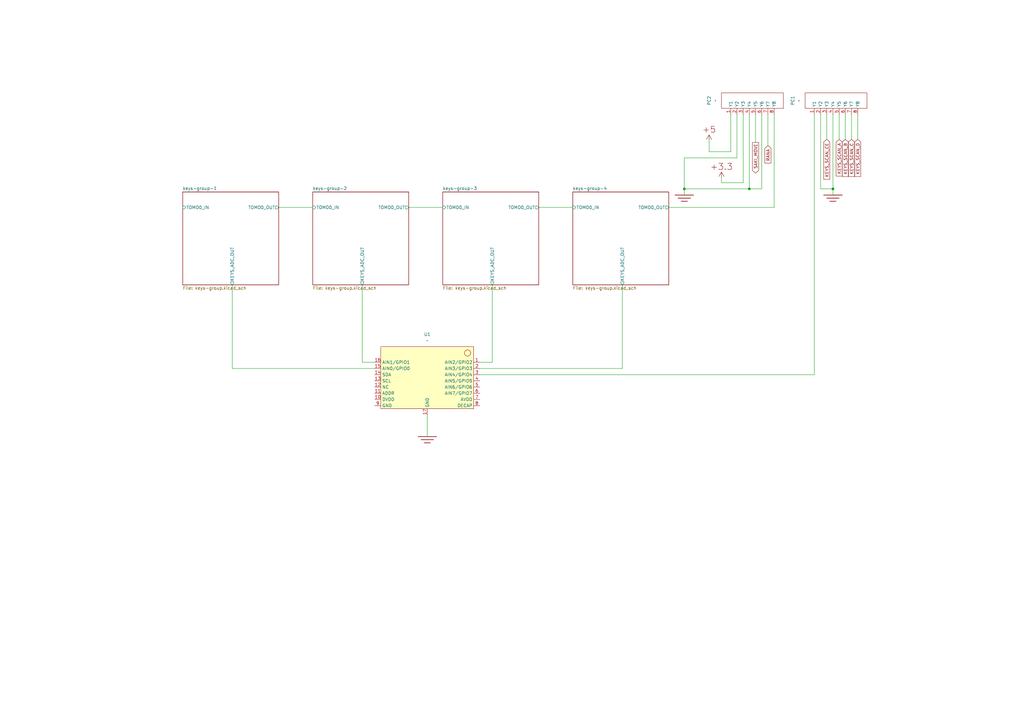
<source format=kicad_sch>
(kicad_sch (version 20250114) (generator "eeschema") (generator_version "9.0")
  (paper "A3")
  (title_block (title "Keys Dock Typeboard") (date "2025-10-29") (rev "0.2.1") (company "keys.woooo.tech"))
  (lib_symbols
    (symbol "PCM_Generic:P,+3.3" (power) (pin_numbers (hide yes)) (pin_names (offset 1.27) (hide yes))
      (symbol "P,+3.3_1_1"
        (polyline (pts (xy -1.0668 0) (xy 0 1.8288) (xy 1.0668 0)))
        (polyline (pts (xy 0 0) (xy 0 1.8288)))
        (text "+3.3" (at 0 2.54 0) (effects (font (size 2.54 2.54)) (justify bottom)))
        (pin power_in line (at 0 0 0) (length 0) (hide yes) (name "+3.3") (number "0"))
      )
    )
    (symbol "PCM_Generic:P,+5" (power) (pin_numbers (hide yes)) (pin_names (offset 1.27) (hide yes))
      (symbol "P,+5_1_1"
        (polyline (pts (xy -1.0668 0) (xy 0 1.8288) (xy 1.0668 0)))
        (polyline (pts (xy 0 0) (xy 0 1.8288)))
        (text "+5" (at 0 2.54 0) (effects (font (size 2.54 2.54)) (justify bottom)))
        (pin power_in line (at 0 0 0) (length 0) (hide yes) (name "+5") (number "0"))
      )
    )
    (symbol "PCM_Generic:P,E" (power) (pin_numbers (hide yes)) (pin_names (offset 3.81))
      (symbol "P,E_1_1"
        (polyline (pts (xy -3.81 0) (xy 3.81 0)) (stroke (width 0.254)))
        (polyline (pts (xy -2.54 -1.27) (xy 2.54 -1.27)) (stroke (width 0.254)))
        (polyline (pts (xy -1.27 -2.54) (xy 1.27 -2.54)) (stroke (width 0.254)))
        (pin power_in line (at 0 0 0) (length 0) (hide yes) (name "E") (number "0"))
      )
    )
    (symbol "components:POGOPIN-8P-HR"
      (property "Reference" "PC" (at 0 4.826 0))
      (symbol "POGOPIN-8P-HR_0_1"
        (rectangle (start -12.7 6.35) (end 12.7 0))
      )
      (symbol "POGOPIN-8P-HR_1_1"
        (pin bidirectional line (at -8.89 -2.54 90) (length 2.54) (name "Y1") (number "1"))
        (pin bidirectional line (at -6.35 -2.54 90) (length 2.54) (name "Y2") (number "2"))
        (pin bidirectional line (at -3.81 -2.54 90) (length 2.54) (name "Y3") (number "3"))
        (pin bidirectional line (at -1.27 -2.54 90) (length 2.54) (name "Y4") (number "4"))
        (pin bidirectional line (at 1.27 -2.54 90) (length 2.54) (name "Y5") (number "5"))
        (pin bidirectional line (at 3.81 -2.54 90) (length 2.54) (name "Y6") (number "6"))
        (pin bidirectional line (at 6.35 -2.54 90) (length 2.54) (name "Y7") (number "7"))
        (pin bidirectional line (at 8.89 -2.54 90) (length 2.54) (name "Y8") (number "8"))
      )
    )
    (symbol "components:TLA2528"
      (property "Reference" "U" (at 0 0 0))
      (symbol "TLA2528_0_1"
        (circle (center -16.51 10.16) (radius 1.27))
      )
      (symbol "TLA2528_1_1"
        (rectangle (start -19.05 12.7) (end 19.05 -12.7) (fill (type background)))
        (pin input line (at -21.59 6.35 0) (length 2.54) (name "AIN2/GPIO2") (number "1"))
        (pin input line (at -21.59 3.81 0) (length 2.54) (name "AIN3/GPIO3") (number "2"))
        (pin input line (at -21.59 1.27 0) (length 2.54) (name "AIN4/GPIO4") (number "3"))
        (pin input line (at -21.59 -1.27 0) (length 2.54) (name "AIN5/GPIO5") (number "4"))
        (pin input line (at -21.59 -3.81 0) (length 2.54) (name "AIN6/GPIO6") (number "5"))
        (pin input line (at -21.59 -6.35 0) (length 2.54) (name "AIN7/GPIO7") (number "6"))
        (pin power_in line (at -21.59 -8.89 0) (length 2.54) (name "AVDD") (number "7"))
        (pin output line (at -21.59 -11.43 0) (length 2.54) (name "DECAP") (number "8"))
        (pin power_in line (at 0 -15.24 90) (length 2.54) (name "GND") (number "17"))
        (pin input line (at 21.59 6.35 180) (length 2.54) (name "AIN1/GPIO1") (number "16"))
        (pin input line (at 21.59 3.81 180) (length 2.54) (name "AIN0/GPIO0") (number "15"))
        (pin output line (at 21.59 1.27 180) (length 2.54) (name "SDA") (number "14"))
        (pin input line (at 21.59 -1.27 180) (length 2.54) (name "SCL") (number "13"))
        (pin unspecified line (at 21.59 -3.81 180) (length 2.54) (name "NC") (number "12"))
        (pin input line (at 21.59 -6.35 180) (length 2.54) (name "ADDR") (number "11"))
        (pin power_in line (at 21.59 -8.89 180) (length 2.54) (name "DVDD") (number "10"))
        (pin power_in line (at 21.59 -11.43 180) (length 2.54) (name "GND") (number "9"))
      )
    )
  )
  (junction (at 280.67 77.47))
  (junction (at 307.34 77.47))
  (junction (at 341.63 77.47))
  (wire (pts (xy 274.32 85.09) (xy 317.5 85.09)))
  (wire (pts (xy 314.96 46.99) (xy 314.96 59.69)))
  (wire (pts (xy 312.42 46.99) (xy 312.42 77.47)))
  (wire (pts (xy 201.93 116.84) (xy 201.93 148.59)))
  (wire (pts (xy 280.67 77.47) (xy 280.67 80.01)))
  (wire (pts (xy 255.27 151.13) (xy 196.85 151.13)))
  (wire (pts (xy 290.83 62.23) (xy 290.83 57.15)))
  (wire (pts (xy 309.88 46.99) (xy 309.88 58.42)))
  (wire (pts (xy 307.34 77.47) (xy 280.67 77.47)))
  (wire (pts (xy 339.09 46.99) (xy 339.09 57.15)))
  (wire (pts (xy 148.59 116.84) (xy 148.59 148.59)))
  (wire (pts (xy 334.01 153.67) (xy 334.01 46.99)))
  (wire (pts (xy 148.59 148.59) (xy 153.67 148.59)))
  (wire (pts (xy 341.63 46.99) (xy 341.63 77.47)))
  (wire (pts (xy 302.26 64.77) (xy 302.26 46.99)))
  (wire (pts (xy 295.91 72.39) (xy 295.91 74.93)))
  (wire (pts (xy 351.79 46.99) (xy 351.79 57.15)))
  (wire (pts (xy 349.25 46.99) (xy 349.25 57.15)))
  (wire (pts (xy 255.27 116.84) (xy 255.27 151.13)))
  (wire (pts (xy 336.55 46.99) (xy 336.55 77.47)))
  (wire (pts (xy 344.17 46.99) (xy 344.17 57.15)))
  (wire (pts (xy 280.67 64.77) (xy 280.67 77.47)))
  (wire (pts (xy 95.25 151.13) (xy 153.67 151.13)))
  (wire (pts (xy 167.64 85.09) (xy 181.61 85.09)))
  (wire (pts (xy 299.72 62.23) (xy 299.72 46.99)))
  (wire (pts (xy 307.34 46.99) (xy 307.34 77.47)))
  (wire (pts (xy 280.67 64.77) (xy 302.26 64.77)))
  (wire (pts (xy 304.8 74.93) (xy 295.91 74.93)))
  (wire (pts (xy 312.42 77.47) (xy 307.34 77.47)))
  (wire (pts (xy 95.25 116.84) (xy 95.25 151.13)))
  (wire (pts (xy 175.26 170.18) (xy 175.26 179.07)))
  (wire (pts (xy 346.71 46.99) (xy 346.71 57.15)))
  (wire (pts (xy 341.63 77.47) (xy 341.63 80.01)))
  (wire (pts (xy 201.93 148.59) (xy 196.85 148.59)))
  (wire (pts (xy 196.85 153.67) (xy 334.01 153.67)))
  (wire (pts (xy 290.83 62.23) (xy 299.72 62.23)))
  (wire (pts (xy 114.3 85.09) (xy 128.27 85.09)))
  (wire (pts (xy 336.55 77.47) (xy 341.63 77.47)))
  (wire (pts (xy 317.5 85.09) (xy 317.5 46.99)))
  (wire (pts (xy 304.8 46.99) (xy 304.8 74.93)))
  (wire (pts (xy 220.98 85.09) (xy 234.95 85.09)))
  (global_label "SAKI_MOVE" (shape output) (at 309.88 58.42 270) (property "Intersheetrefs" "${INTERSHEET_REFS}" (effects (hide yes))))
  (global_label "KEYS_SCAN_B" (shape input) (at 346.71 57.15 270) (property "Intersheetrefs" "${INTERSHEET_REFS}" (effects (hide yes))))
  (global_label "KEYS_SCAN_CE" (shape input) (at 339.09 57.15 270) (property "Intersheetrefs" "${INTERSHEET_REFS}" (effects (hide yes))))
  (global_label "RANA" (shape input) (at 314.96 59.69 270) (property "Intersheetrefs" "${INTERSHEET_REFS}" (effects (hide yes))))
  (global_label "KEYS_SCAN_A" (shape input) (at 344.17 57.15 270) (property "Intersheetrefs" "${INTERSHEET_REFS}" (effects (hide yes))))
  (global_label "KEYS_SCAN_D" (shape input) (at 351.79 57.15 270) (property "Intersheetrefs" "${INTERSHEET_REFS}" (effects (hide yes))))
  (global_label "KEYS_SCAN_C" (shape input) (at 349.25 57.15 270) (property "Intersheetrefs" "${INTERSHEET_REFS}" (effects (hide yes))))
  (symbol (lib_id "components:POGOPIN-8P-HR") (at 308.61 44.45 0) (unit 1)
    (property "Reference" "PC2" (at 290.83 41.275 90))
    (property "Value" "~" (at 293.37 41.275 90))
    (property "Footprint" "KeysDock:POGOPIN-8P-HR" (effects (hide yes)))
    (property "Datasheet" "kicad-embed://pogopin-main.png" (effects (hide yes)))
  )
  (symbol (lib_id "PCM_Generic:P,+3.3") (at 295.91 72.39 0) (mirror y) (unit 1)
    (property "Reference" "#PWR031" (effects (hide yes)))
    (property "Value" "P,+3.3" (effects (hide yes)))
    (property "Description" "+3.3 positive potential/voltage (global DC power supply node)" (effects (hide yes)))
  )
  (symbol (lib_id "PCM_Generic:P,E") (at 341.63 80.01 0) (mirror y) (unit 1)
    (property "Reference" "#PWR034" (effects (hide yes)))
    (property "Value" "P,E" (effects (hide yes)))
    (property "Description" "earth/ground/earthing/grounding (E)" (effects (hide yes)))
  )
  (symbol (lib_id "PCM_Generic:P,E") (at 175.26 179.07 0) (mirror y) (unit 1)
    (property "Reference" "#PWR030" (effects (hide yes)))
    (property "Value" "P,E" (effects (hide yes)))
    (property "Description" "earth/ground/earthing/grounding (E)" (effects (hide yes)))
  )
  (symbol (lib_id "components:POGOPIN-8P-HR") (at 342.9 44.45 0) (unit 1)
    (property "Reference" "PC1" (at 325.12 41.275 90))
    (property "Value" "~" (at 327.66 41.275 90))
    (property "Footprint" "KeysDock:POGOPIN-8P-HR" (effects (hide yes)))
    (property "Datasheet" "kicad-embed://pogopin-main.png" (effects (hide yes)))
  )
  (symbol (lib_id "components:TLA2528") (at 175.26 154.94 0) (mirror y) (unit 1)
    (property "Reference" "U1" (at 175.26 137.16 0))
    (property "Value" "~" (at 175.26 139.7 0))
    (property "Footprint" "KeysDock:TLA2528" (effects (hide yes)))
    (property "Datasheet" "kicad-embed://tla2528-datasheet.pdf" (effects (hide yes)))
  )
  (symbol (lib_id "PCM_Generic:P,E") (at 280.67 80.01 0) (mirror y) (unit 1)
    (property "Reference" "#PWR032" (effects (hide yes)))
    (property "Value" "P,E" (effects (hide yes)))
    (property "Description" "earth/ground/earthing/grounding (E)" (effects (hide yes)))
  )
  (symbol (lib_id "PCM_Generic:P,+5") (at 290.83 57.15 0) (unit 1)
    (property "Reference" "#PWR033" (effects (hide yes)))
    (property "Value" "P,+5" (effects (hide yes)))
    (property "Description" "+5 positive potential/voltage (global DC power supply node)" (effects (hide yes)))
  )
  (sheet (at 181.61 78.74) (size 39.37 38.1) (stroke (width 0.1524))
    (property "Sheetname" "keys-group-3" (at 181.61 78.0284 0) (effects (justify left bottom)))
    (property "Sheetfile" "keys-group.kicad_sch" (at 181.61 117.4246 0) (effects (justify left top)))
    (pin "TOMO0_IN" input (at 181.61 85.09 180))
    (pin "TOMO0_OUT" output (at 220.98 85.09 0))
    (pin "KEYS_ADC_OUT" output (at 201.93 116.84 270))
  )
  (sheet (at 234.95 78.74) (size 39.37 38.1) (stroke (width 0.1524))
    (property "Sheetname" "keys-group-4" (at 234.95 78.0284 0) (effects (justify left bottom)))
    (property "Sheetfile" "keys-group.kicad_sch" (at 234.95 117.4246 0) (effects (justify left top)))
    (pin "TOMO0_IN" input (at 234.95 85.09 180))
    (pin "TOMO0_OUT" output (at 274.32 85.09 0))
    (pin "KEYS_ADC_OUT" output (at 255.27 116.84 270))
  )
  (sheet (at 128.27 78.74) (size 39.37 38.1) (stroke (width 0.1524))
    (property "Sheetname" "keys-group-2" (at 128.27 78.0284 0) (effects (justify left bottom)))
    (property "Sheetfile" "keys-group.kicad_sch" (at 128.27 117.4246 0) (effects (justify left top)))
    (pin "TOMO0_IN" input (at 128.27 85.09 180))
    (pin "TOMO0_OUT" output (at 167.64 85.09 0))
    (pin "KEYS_ADC_OUT" output (at 148.59 116.84 270))
  )
  (sheet (at 74.93 78.74) (size 39.37 38.1) (stroke (width 0.1524))
    (property "Sheetname" "keys-group-1" (at 74.93 78.0284 0) (effects (justify left bottom)))
    (property "Sheetfile" "keys-group.kicad_sch" (at 74.93 117.4246 0) (effects (justify left top)))
    (pin "TOMO0_IN" input (at 74.93 85.09 180))
    (pin "TOMO0_OUT" output (at 114.3 85.09 0))
    (pin "KEYS_ADC_OUT" output (at 95.25 116.84 270))
  )
)
</source>
